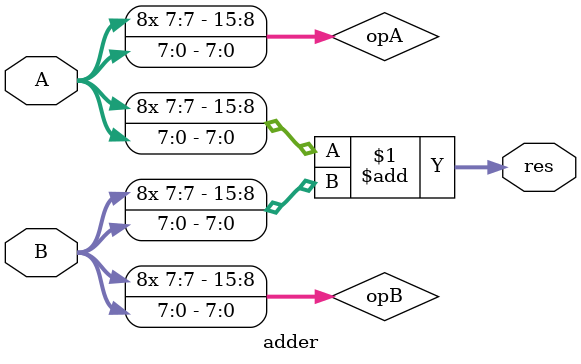
<source format=v>
`timescale 1ns / 1ps


module adder(
	A,
	B,
	res
    );

	input [7:0] A, B;
	output [15:0] res;
	
	wire [15:0] res, opA, opB;

	//sign extend A & B
	assign opA = { {8{A[7]}}, A};
	assign opB = { {8{B[7]}}, B};
	assign res = opA + opB;

endmodule
</source>
